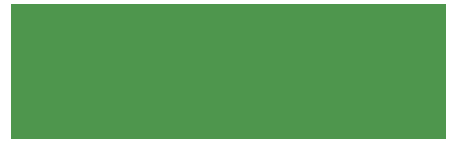
<source format=gbl>
G04 Layer_Physical_Order=2*
G04 Layer_Color=16711680*
%FSLAX24Y24*%
%MOIN*%
G70*
G01*
G75*
%ADD19C,0.0500*%
G36*
X14750Y250D02*
X250D01*
Y4750D01*
X250Y4750D01*
X14750D01*
Y250D01*
D02*
G37*
D19*
X6250Y1000D02*
D03*
X11250Y2500D02*
D03*
X9200Y4400D02*
D03*
X8400D02*
D03*
X6500D02*
D03*
X14200Y600D02*
D03*
X13400D02*
D03*
X12600D02*
D03*
X800D02*
D03*
X1600D02*
D03*
X2400D02*
D03*
M02*

</source>
